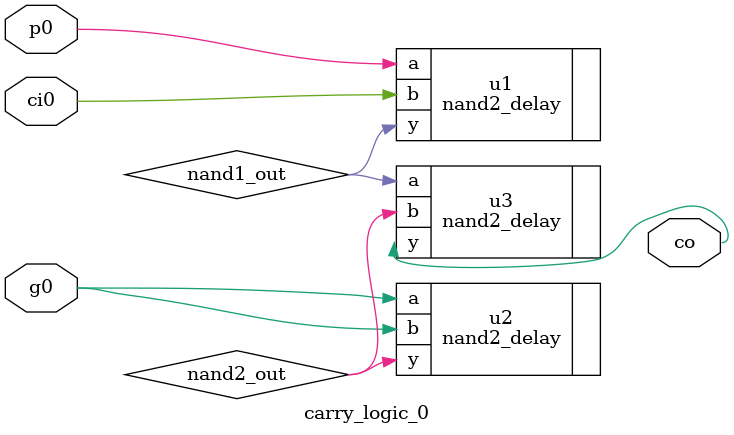
<source format=sv>
module carry_logic_0 (
    input logic p0,
    input logic g0,
    input logic ci0,
    output logic co
);

    logic nand1_out;  
    logic nand2_out;  


nand2_delay u1 (
	.a(p0), 
	.b(ci0), 
	.y(nand1_out)
	); 

nand2_delay u2 (
	.a(g0), 
	.b(g0), 
	.y(nand2_out)
	); 

nand2_delay u3 (
	.a(nand1_out), 
	.b(nand2_out), 
	.y(co)
	); 

endmodule
</source>
